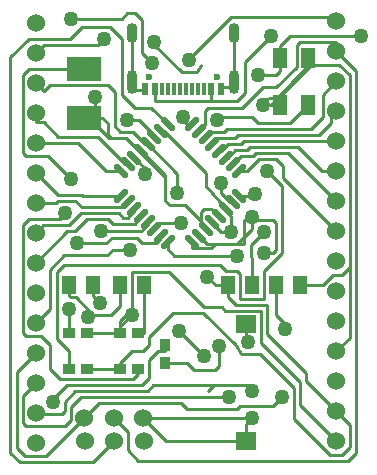
<source format=gbr>
%TF.GenerationSoftware,Altium Limited,Altium Designer,24.7.2 (38)*%
G04 Layer_Physical_Order=1*
G04 Layer_Color=255*
%FSLAX45Y45*%
%MOMM*%
%TF.SameCoordinates,C77648C0-80D8-424D-8617-BB5A92A82554*%
%TF.FilePolarity,Positive*%
%TF.FileFunction,Copper,L1,Top,Signal*%
%TF.Part,Single*%
G01*
G75*
%TA.AperFunction,SMDPad,CuDef*%
%ADD10R,1.00000X0.90000*%
%ADD11R,1.27000X1.52400*%
%ADD12R,0.90000X1.00000*%
%ADD13R,1.20000X1.80000*%
%ADD14R,3.00000X2.00000*%
%ADD15R,1.70000X1.50000*%
G04:AMPARAMS|DCode=16|XSize=0.55mm|YSize=1.55mm|CornerRadius=0mm|HoleSize=0mm|Usage=FLASHONLY|Rotation=225.000|XOffset=0mm|YOffset=0mm|HoleType=Round|Shape=Round|*
%AMOVALD16*
21,1,1.00000,0.55000,0.00000,0.00000,315.0*
1,1,0.55000,-0.35355,0.35355*
1,1,0.55000,0.35355,-0.35355*
%
%ADD16OVALD16*%

G04:AMPARAMS|DCode=17|XSize=0.55mm|YSize=1.55mm|CornerRadius=0mm|HoleSize=0mm|Usage=FLASHONLY|Rotation=135.000|XOffset=0mm|YOffset=0mm|HoleType=Round|Shape=Round|*
%AMOVALD17*
21,1,1.00000,0.55000,0.00000,0.00000,225.0*
1,1,0.55000,0.35355,0.35355*
1,1,0.55000,-0.35355,-0.35355*
%
%ADD17OVALD17*%

%TA.AperFunction,ConnectorPad*%
%ADD18R,0.60000X1.14000*%
%ADD19R,0.30000X1.14000*%
%TA.AperFunction,Conductor*%
%ADD20C,0.25400*%
%TA.AperFunction,ComponentPad*%
%ADD21C,0.60000*%
%ADD22O,0.90000X2.00000*%
%ADD23O,0.90000X1.70000*%
%ADD24C,1.52400*%
%TA.AperFunction,ViaPad*%
%ADD25C,1.27000*%
D10*
X965200Y889000D02*
D03*
X1117600D02*
D03*
X533400D02*
D03*
X685800D02*
D03*
X533400Y1193800D02*
D03*
X685800D02*
D03*
X965200D02*
D03*
X1117600D02*
D03*
D11*
X736600Y1600200D02*
D03*
X533400D02*
D03*
X2082800D02*
D03*
X1879600D02*
D03*
X2489200D02*
D03*
X2286000D02*
D03*
X1168400D02*
D03*
X965200D02*
D03*
D12*
X1346200Y939800D02*
D03*
Y1092200D02*
D03*
D13*
X2318400Y3527400D02*
D03*
Y3127400D02*
D03*
X2558400D02*
D03*
Y3527400D02*
D03*
D14*
X660400Y3018297D02*
D03*
Y3433303D02*
D03*
D15*
X2032000Y279400D02*
D03*
Y1269401D02*
D03*
D16*
X1577497Y1963522D02*
D03*
X1634068Y2020092D02*
D03*
X1690634Y2076658D02*
D03*
X1747205Y2133229D02*
D03*
X1803771Y2189795D02*
D03*
X1860342Y2246366D02*
D03*
X1916908Y2302932D02*
D03*
X1973478Y2359503D02*
D03*
X1368903Y2964078D02*
D03*
X1312332Y2907508D02*
D03*
X1255766Y2850942D02*
D03*
X1199195Y2794371D02*
D03*
X1142629Y2737805D02*
D03*
X1086058Y2681234D02*
D03*
X1029492Y2624668D02*
D03*
X972922Y2568097D02*
D03*
D17*
X1973478D02*
D03*
X1916908Y2624668D02*
D03*
X1860342Y2681234D02*
D03*
X1803771Y2737805D02*
D03*
X1747205Y2794371D02*
D03*
X1690634Y2850942D02*
D03*
X1634068Y2907508D02*
D03*
X1577497Y2964078D02*
D03*
X972922Y2359503D02*
D03*
X1029492Y2302932D02*
D03*
X1086058Y2246366D02*
D03*
X1142629Y2189795D02*
D03*
X1199195Y2133229D02*
D03*
X1255766Y2076658D02*
D03*
X1312332Y2020092D02*
D03*
X1368903Y1963522D02*
D03*
D18*
X1818599Y3258800D02*
D03*
X1738600D02*
D03*
X1258600D02*
D03*
X1178601D02*
D03*
D19*
X1523599D02*
D03*
X1573601D02*
D03*
X1623598D02*
D03*
X1673601D02*
D03*
X1473601D02*
D03*
X1423599D02*
D03*
X1373602D02*
D03*
X1323599D02*
D03*
D20*
X589280Y1498600D02*
X736600Y1351280D01*
X254000Y2979420D02*
X320040D01*
X1061720Y1348740D02*
X1066800D01*
X1018540D02*
X1061720D01*
X1066800Y1353820D01*
X965200Y1252220D02*
X1061720Y1348740D01*
X965200Y1252220D02*
Y1295400D01*
X1577497Y1917700D02*
X1734820D01*
X2484120Y3657600D02*
X2794000D01*
X1905000Y3873500D02*
X2794000D01*
X1285245Y1041405D02*
X1346200D01*
X2279360Y3166440D02*
X2315106Y3202185D01*
X2580020Y3467100D01*
X2239660Y3126740D02*
X2279360Y3166440D01*
X2309005Y3200788D02*
X2558400Y3467100D01*
X2276780Y3166377D02*
X2309005Y3200788D01*
X2239660Y3126740D02*
X2276780Y3166377D01*
X2315106Y3202185D02*
X2318400Y3202940D01*
X2309005Y3200788D02*
X2315106Y3202185D01*
X2301960Y3199174D02*
X2309005Y3200788D01*
X2174240Y3169920D02*
X2301960Y3199174D01*
X1818599Y3274060D02*
X1931101D01*
X2908300Y1155700D02*
Y1752600D01*
X2039620Y751840D02*
X2085340Y706120D01*
X2038711Y752749D02*
X2039620Y751840D01*
X1511818Y2275840D02*
X1645920Y2141738D01*
X1690634Y2097024D01*
X1757680Y751840D02*
X1758589Y752749D01*
X1711960Y706120D02*
X1757680Y751840D01*
X1066099Y3256280D02*
X1178601D01*
X1133638Y2728813D02*
X1348740Y2513711D01*
X1012571Y2849880D02*
X1133638Y2728813D01*
X1348740Y2513711D02*
Y2531694D01*
X751840Y3018297D02*
Y3190240D01*
Y2968366D02*
Y3018297D01*
X889000Y2849880D02*
X1012571D01*
X870326D02*
X889000D01*
X751840Y3018297D02*
X815274D01*
X660400D02*
X751840D01*
X1757680Y751840D02*
X2039620D01*
X1247140D02*
X1757680D01*
X1168400Y1193800D02*
Y1600200D01*
X965200Y1427480D02*
Y1600200D01*
X736600Y1351280D02*
X889000D01*
X693420Y1333500D02*
X736600Y1351280D01*
X533400Y1511300D02*
Y1600200D01*
Y1511300D02*
X546100Y1498600D01*
X589280D01*
X889000Y1351280D02*
X965200Y1427480D01*
X1689100Y2437963D02*
X1860342Y2246366D01*
X1689100Y2437963D02*
Y2551105D01*
X1332697Y2907508D02*
X1689100Y2551105D01*
X1312332Y2907508D02*
X1332697D01*
X1747205Y2123755D02*
Y2133229D01*
Y2123755D02*
X1818640Y2052320D01*
X1905000D01*
Y2182922D01*
X1860342Y2227580D02*
X1905000Y2182922D01*
X1860342Y2227580D02*
Y2246366D01*
X1615440Y3406140D02*
X1649100Y3467740D01*
X1487114Y3403600D02*
X1615440Y3406140D01*
X1255974Y3634740D02*
X1487114Y3403600D01*
X1255974Y3634740D02*
Y3660140D01*
X254000Y2298700D02*
X421640D01*
X439420Y2316480D01*
X581660D01*
X640080Y2258060D01*
X984621D01*
X1029492Y2302932D01*
X965200Y889000D02*
Y939800D01*
X1066800Y1041400D01*
X1158240D01*
X1209040Y1092200D01*
Y1163320D01*
X1409700Y1363980D01*
X1668780D01*
X1942729Y1090031D01*
X1987941Y1014562D01*
X2152818D01*
X2438400Y728980D01*
Y469900D02*
Y728980D01*
Y469900D02*
X2743200Y165100D01*
X2844800D01*
X2908300Y228600D01*
Y419100D01*
X2794000Y533400D02*
X2908300Y419100D01*
X1879600Y1498600D02*
Y1600200D01*
Y1498600D02*
X1943100Y1435100D01*
X2208850D01*
Y1189350D02*
Y1435100D01*
Y1189350D02*
X2540000Y858200D01*
Y787400D02*
Y858200D01*
Y787400D02*
X2794000Y533400D01*
X965200Y1193800D02*
Y1252220D01*
X1066800Y1353820D02*
Y1714500D01*
X1379220D01*
X1678940Y1414780D01*
X1823720D01*
X1855993Y1382507D01*
X2158050D01*
Y1110930D02*
Y1382507D01*
Y1110930D02*
X2489200Y779780D01*
Y584200D02*
Y779780D01*
Y584200D02*
X2794000Y279400D01*
X1424783Y1849120D02*
X1955800D01*
X1368903Y1905000D02*
X1424783Y1849120D01*
X1368903Y1905000D02*
Y1963522D01*
X1501140Y2997200D02*
Y3027680D01*
X1534262Y2964078D02*
X1577497D01*
X2794000Y3835400D02*
Y3873500D01*
X1549400Y3517900D02*
X1905000Y3873500D01*
X1549400Y3507740D02*
Y3517900D01*
X1501140Y2997200D02*
X1534262Y2964078D01*
X1229004Y3103977D02*
X1368903Y2964078D01*
X1092200Y3103977D02*
X1229004D01*
X982980Y3213197D02*
X1092200Y3103977D01*
X982980Y3213197D02*
Y3683000D01*
X881380Y3784600D02*
X982980Y3683000D01*
X645160Y3784600D02*
X881380D01*
X543560Y3683000D02*
X645160Y3784600D01*
X190500Y3683000D02*
X543560D01*
X37033Y3529533D02*
X190500Y3683000D01*
X37033Y178867D02*
Y3529533D01*
Y178867D02*
X114300Y101600D01*
X736600D01*
X914400Y279400D01*
X1758589Y752749D02*
X2038711D01*
X1162238Y474980D02*
X2085340D01*
X1463040Y1211580D02*
X1671320Y1003300D01*
X2558400Y3467100D02*
Y3527400D01*
X2794000Y1041400D02*
X2908300Y1155700D01*
X2819400Y3467100D02*
X2908300Y3378200D01*
X2580020Y3467100D02*
X2819400D01*
X2174240Y3126740D02*
X2239660D01*
X1821180Y2378304D02*
Y2463800D01*
Y2378304D02*
X1896552Y2302932D01*
X2358390Y1233170D02*
Y1273810D01*
X2286000Y1346200D02*
X2358390Y1273810D01*
X2286000Y1346200D02*
Y1600200D01*
X2082800D02*
Y1832737D01*
X2076577Y1838960D02*
X2082800Y1832737D01*
X2076577Y1838960D02*
Y1939417D01*
X2184400Y2047240D01*
X1882140Y652780D02*
X1884680Y650240D01*
X629920Y652780D02*
X1882140D01*
X546100Y568960D02*
X629920Y652780D01*
X546100Y457200D02*
Y568960D01*
X495300Y406400D02*
X546100Y457200D01*
X165100Y406400D02*
X495300D01*
X139700Y431800D02*
X165100Y406400D01*
X139700Y431800D02*
Y660400D01*
X254000Y774700D01*
X1199195Y2112863D02*
Y2133229D01*
X1141192Y2054860D02*
X1199195Y2112863D01*
X802640Y2054860D02*
X1141192D01*
X139700Y2717800D02*
X165100Y2692400D01*
X139700Y3378200D02*
X194803Y3433303D01*
X533400Y1193800D02*
Y1397000D01*
X1117600Y848360D02*
Y889000D01*
X1074420Y805180D02*
X1117600Y848360D01*
X460172Y805180D02*
X1074420D01*
X373380Y891972D02*
X460172Y805180D01*
X373380Y891972D02*
Y1092200D01*
X297180Y1168400D02*
X373380Y1092200D01*
X165100Y1168400D02*
X297180D01*
X139700Y1193800D02*
X165100Y1168400D01*
X139700Y1193800D02*
Y2108200D01*
X195580Y2164080D01*
X457200D01*
X497840Y2204720D01*
Y2214880D01*
X736600Y1511300D02*
X795020Y1452880D01*
X736600Y1511300D02*
Y1600200D01*
X1634068Y2020092D02*
X1703441Y1950720D01*
X1958340D01*
X2082800Y2075180D01*
Y2176780D01*
X1577497Y1917700D02*
Y1963522D01*
X1734820Y1917700D02*
X1767840Y1950720D01*
X2016760D01*
Y2148840D01*
X2260600D01*
X2286000Y2123440D01*
Y1897380D02*
Y2123440D01*
X2260600Y1871980D02*
X2286000Y1897380D01*
X2179320Y1871980D02*
X2260600D01*
X1312332Y1999727D02*
Y2020092D01*
X1268349Y1955744D02*
X1312332Y1999727D01*
X1150620Y1955744D02*
X1268349D01*
X1104844Y2001520D02*
X1150620Y1955744D01*
X894080Y2001520D02*
X1104844D01*
X845820Y1953260D02*
X894080Y2001520D01*
X599440Y1953260D02*
X845820D01*
X965200Y1295400D02*
X1018540Y1348740D01*
X254000Y3568700D02*
X317500Y3632200D01*
X779780D01*
X830580Y3683000D01*
X2399680Y3708400D02*
X3004820D01*
X2318400Y3627120D02*
X2399680Y3708400D01*
X2318400Y3527400D02*
Y3627120D01*
X1983847Y576580D02*
X2260600D01*
X1955907Y548640D02*
X1983847Y576580D01*
X1533230Y548640D02*
X1955907D01*
X1479890Y601980D02*
X1533230Y548640D01*
X2260600Y576580D02*
X2336800Y652780D01*
X789239Y601980D02*
X1479890D01*
X662239Y474980D02*
X789239Y601980D01*
X393700Y609600D02*
Y635000D01*
X513080Y754380D01*
X1150620D01*
X1211575Y815335D01*
Y967735D01*
X1285245Y1041405D01*
X1346200D02*
Y1092200D01*
X2032000Y279400D02*
Y421640D01*
X2085340Y474980D01*
X1198880Y703580D02*
X1247140Y751840D01*
X584236Y703580D02*
X1198880D01*
X495300Y614644D02*
X584236Y703580D01*
X495300Y533400D02*
Y614644D01*
X469900Y508000D02*
X495300Y533400D01*
X266700Y508000D02*
X469900D01*
X254000Y520700D02*
X266700Y508000D01*
X254000Y1790700D02*
X518160Y2054860D01*
X584200D01*
X685800Y2156460D01*
X866140D01*
X904240Y2118360D01*
X1087120D01*
X1142629Y2173869D01*
Y2189795D01*
X254000Y2044700D02*
X314960Y2105660D01*
X533400D01*
X635000Y2207260D01*
X952500D01*
X990600Y2169160D01*
X1028715D01*
X1086058Y2226503D01*
Y2246366D01*
X254000Y2552700D02*
X439420Y2367280D01*
X642463D01*
X650240Y2359503D01*
X972922D01*
X1086058Y2681234D02*
X1176020Y2591272D01*
Y2537460D02*
Y2591272D01*
X901446Y1899920D02*
X1051560D01*
X853186Y1851660D02*
X901446Y1899920D01*
X492760Y1851660D02*
X853186D01*
X368300Y1727200D02*
X492760Y1851660D01*
X368300Y1397000D02*
Y1727200D01*
X254000Y1282700D02*
X368300Y1397000D01*
X546100Y3853180D02*
X977900D01*
X1026160Y3901440D01*
X1092200D01*
X1150620Y3843020D01*
Y3566160D02*
Y3843020D01*
Y3566160D02*
X1231900Y3484880D01*
X1023620Y3002280D02*
X1124783D01*
X1255766Y2871297D01*
Y2850942D02*
Y2871297D01*
X358140Y2692400D02*
X548640Y2501900D01*
X165100Y2692400D02*
X358140D01*
X139700Y2717800D02*
Y3378200D01*
X194803Y3433303D02*
X660400D01*
X1772920Y1600200D02*
X1879600D01*
X1701800Y1671320D02*
X1772920Y1600200D01*
X1302548Y2123440D02*
X1478280D01*
X1255766Y2076658D02*
X1302548Y2123440D01*
X533400Y889000D02*
Y1041400D01*
X431800Y1143000D02*
X533400Y1041400D01*
X431800Y1143000D02*
Y1714500D01*
X490220Y1772920D01*
X1808480D01*
X1861820Y1719580D01*
X1955800D01*
X1981200Y1694180D01*
Y1485900D02*
Y1694180D01*
Y1485900D02*
X2184400D01*
Y1716369D01*
X2336800Y1868769D01*
Y2440940D01*
X2212340Y2565400D02*
X2336800Y2440940D01*
X339659Y152400D02*
X662239Y474980D01*
X160020Y152400D02*
X339659D01*
X88900Y223520D02*
X160020Y152400D01*
X88900Y223520D02*
Y863600D01*
X254000Y1028700D01*
Y2806700D02*
X609600D01*
X848203Y2568097D01*
X972922D01*
X1450340Y2379980D02*
Y2543226D01*
X1199195Y2794371D02*
X1450340Y2543226D01*
X1346200Y939800D02*
X1534160D01*
X1590040Y883920D01*
X1770380D01*
X1800860Y914400D01*
Y1087120D01*
X2032000Y1135380D02*
X2044700Y1122680D01*
X2032000Y1135380D02*
Y1269401D01*
X815274Y3018297D02*
X861771Y2971800D01*
Y2877109D02*
Y2971800D01*
Y2877109D02*
X889000Y2849880D01*
X1348740Y2311400D02*
X1384300Y2275840D01*
X1690634Y2076658D02*
Y2097024D01*
X751840Y2968366D02*
X870326Y2849880D01*
X1348740Y2311400D02*
Y2513711D01*
X1384300Y2275840D02*
X1511818D01*
X1142629Y2737805D02*
X1348740Y2531694D01*
X1973478Y2359503D02*
X2097883D01*
X2108200Y2369820D01*
X2133600Y3380740D02*
X2286000D01*
X2318400Y3413140D01*
Y3527400D01*
X912241Y474980D02*
X1028700Y358521D01*
Y203200D02*
Y358521D01*
Y203200D02*
X1117600Y114300D01*
X2895600D01*
X2959100Y177800D01*
Y3416300D01*
X2794000Y3581400D02*
X2959100Y3416300D01*
X1178839Y2794371D02*
X1199195D01*
X1072530Y2900680D02*
X1178839Y2794371D01*
X965200Y2900680D02*
X1072530D01*
X922020Y2943860D02*
X965200Y2900680D01*
X922020Y2943860D02*
Y3233420D01*
X863600Y3291840D02*
X922020Y3233420D01*
X368300Y3291840D02*
X863600D01*
X322580Y3246120D02*
X368300Y3291840D01*
X254000Y3314700D02*
X322580Y3246120D01*
X2489200Y1600200D02*
X2682240D01*
X2771140Y1689100D01*
X2844800D01*
X2908300Y1752600D01*
Y3378200D01*
X1357818Y279400D02*
X2032000D01*
X1162238Y474980D02*
X1357818Y279400D01*
X1747205Y2794371D02*
X1797634Y2844800D01*
X1938020D01*
X1965960Y2872740D01*
X2651760D01*
X2750820Y2971800D01*
Y3030220D01*
X2794000Y3073400D01*
X1860342Y2681234D02*
X1875348D01*
X1937314Y2743200D01*
X2039584D01*
X2067524Y2771140D01*
X2468880D01*
X2674620Y2565400D01*
X2794000D01*
X1916908Y2624668D02*
X1984639Y2692400D01*
X2090384D01*
X2118324Y2720340D01*
X2385060D01*
X2794000Y2311400D01*
X1738600Y3162300D02*
Y3258800D01*
X1258600Y3162300D02*
X1738600D01*
X1258600D02*
Y3258800D01*
X1896552Y2302932D02*
X1916908D01*
X1788160Y2997200D02*
X1815658Y3024698D01*
X2083242D01*
X2133600Y2974340D01*
X2406548D01*
X2558400Y3126191D01*
Y3127400D01*
X1117600Y1193800D02*
X1168400D01*
X1738600Y3162300D02*
X1958340D01*
X2021840Y3225800D01*
Y3487420D01*
X2240280Y3705860D01*
X2794000Y3581400D02*
Y3657600D01*
X2458720Y3632200D02*
X2484120Y3657600D01*
X2458720Y3446780D02*
Y3632200D01*
X2288540Y3276600D02*
X2458720Y3446780D01*
X2174240Y3276600D02*
X2288540D01*
X1996440Y3098800D02*
X2174240Y3276600D01*
X1711960Y3098800D02*
X1996440D01*
X1686560Y3073400D02*
X1711960Y3098800D01*
X1686560Y2959999D02*
Y3073400D01*
X1634068Y2907508D02*
X1686560Y2959999D01*
X254000Y2979420D02*
Y3060700D01*
X320040Y2979420D02*
X441315Y2858145D01*
X775650D01*
X1009127Y2624668D01*
X1029492D01*
X685800Y889000D02*
X965200D01*
X685800Y1193800D02*
X965200D01*
X1973478Y2568097D02*
X2039620D01*
X2141063Y2669540D01*
X2286000D01*
X2344263Y2611277D01*
Y2507137D02*
Y2611277D01*
Y2507137D02*
X2794000Y2057400D01*
X1803771Y2737805D02*
X1820286D01*
X1876481Y2794000D01*
X1988784D01*
X2016724Y2821940D01*
X2599060D01*
X2601600Y2819400D01*
X2794000D01*
X1690634Y2850942D02*
X1735292Y2895600D01*
X1843527D01*
X1871467Y2923540D01*
X2580640D01*
X2679700Y3022600D01*
Y3213100D01*
X2794000Y3327400D01*
X2318400Y3127400D02*
Y3202940D01*
X2174240Y3126740D02*
Y3169920D01*
X1931101Y3316798D02*
Y3733800D01*
Y3274060D02*
Y3316798D01*
X1818599Y3258800D02*
Y3274060D01*
X1066099Y3316798D02*
Y3733800D01*
Y3256280D02*
Y3316798D01*
X1178601Y3256280D02*
Y3258800D01*
X1803771Y2189795D02*
Y2210161D01*
X1735552Y2247900D02*
X1803771Y2210161D01*
X1676400Y2247900D02*
X1735552D01*
X1645920Y2217420D02*
X1676400Y2247900D01*
X1645920Y2141738D02*
Y2217420D01*
D21*
X1787601Y3365800D02*
D03*
X1209599D02*
D03*
D22*
X1931101Y3316798D02*
D03*
X1066099D02*
D03*
D23*
X1931101Y3733800D02*
D03*
X1066099D02*
D03*
D24*
X2794000Y3835400D02*
D03*
Y3581400D02*
D03*
Y3327400D02*
D03*
Y3073400D02*
D03*
Y2819400D02*
D03*
Y2565400D02*
D03*
Y2311400D02*
D03*
Y2057400D02*
D03*
Y1803400D02*
D03*
Y1549400D02*
D03*
Y1295400D02*
D03*
Y1041400D02*
D03*
Y787400D02*
D03*
Y533400D02*
D03*
Y279400D02*
D03*
X254000Y3822700D02*
D03*
Y3568700D02*
D03*
Y3314700D02*
D03*
Y3060700D02*
D03*
Y2806700D02*
D03*
Y2552700D02*
D03*
Y2298700D02*
D03*
Y2044700D02*
D03*
Y1790700D02*
D03*
Y1536700D02*
D03*
Y1282700D02*
D03*
Y1028700D02*
D03*
Y774700D02*
D03*
Y520700D02*
D03*
Y266700D02*
D03*
X914400Y279400D02*
D03*
X1164402D02*
D03*
X1162238Y474980D02*
D03*
X912241D02*
D03*
X664398Y279400D02*
D03*
X662239Y474980D02*
D03*
D25*
X693420Y1333500D02*
D03*
X1905000Y2052320D02*
D03*
X1255974Y3660140D02*
D03*
X1955800Y1849120D02*
D03*
X1501140Y3027680D02*
D03*
X1549400Y3507740D02*
D03*
X2085340Y706120D02*
D03*
Y474980D02*
D03*
X1671320Y1003300D02*
D03*
X1463040Y1211580D02*
D03*
X1821180Y2463800D02*
D03*
X2358390Y1233170D02*
D03*
X2184400Y2047240D02*
D03*
X1884680Y650240D02*
D03*
X802640Y2054860D02*
D03*
X548640Y2501900D02*
D03*
X533400Y1397000D02*
D03*
X497840Y2214880D02*
D03*
X795020Y1452880D02*
D03*
X2082800Y2176780D02*
D03*
X2179320Y1871980D02*
D03*
X599440Y1953260D02*
D03*
X1066800Y1348740D02*
D03*
X830580Y3683000D02*
D03*
X3004820Y3708400D02*
D03*
X2336800Y652780D02*
D03*
X393700Y609600D02*
D03*
X1176020Y2537460D02*
D03*
X1051560Y1899920D02*
D03*
X546100Y3853180D02*
D03*
X1231900Y3484880D02*
D03*
X1023620Y3002280D02*
D03*
X1701800Y1671320D02*
D03*
X1478280Y2123440D02*
D03*
X2212340Y2565400D02*
D03*
X1450340Y2379980D02*
D03*
X1800860Y1087120D02*
D03*
X2044700Y1122680D02*
D03*
X751840Y3190240D02*
D03*
X2108200Y2369820D02*
D03*
X2133600Y3380740D02*
D03*
X2174240Y3126740D02*
D03*
X1788160Y2997200D02*
D03*
X2240280Y3705860D02*
D03*
%TF.MD5,4e80e10e87678f4991376f6ceae458f4*%
M02*

</source>
